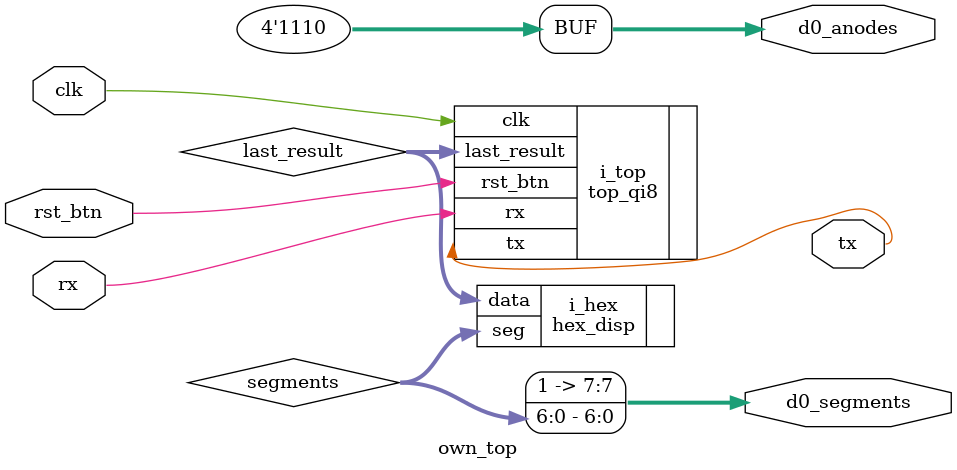
<source format=sv>
module own_top (
    input logic clk,
    input logic rx,
    input logic rst_btn,
    output logic tx,
    output logic [3:0] d0_anodes,
    output logic [7:0] d0_segments
);
    logic [3:0] last_result;
    logic [6:0] segments;

    top_qi8 i_top(.clk(clk), .rx(rx), .rst_btn(rst_btn), .tx(tx), .last_result(last_result));
    hex_disp i_hex(.data(last_result), .seg(segments));

    assign d0_anodes = 4'b1110;
    assign d0_segments = {1'b1, segments};
endmodule

</source>
